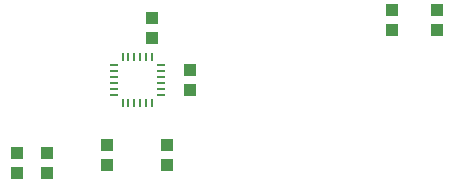
<source format=gbr>
G04 EAGLE Gerber RS-274X export*
G75*
%MOMM*%
%FSLAX34Y34*%
%LPD*%
%INSolderpaste Top*%
%IPPOS*%
%AMOC8*
5,1,8,0,0,1.08239X$1,22.5*%
G01*
%ADD10R,1.100000X1.000000*%
%ADD11R,0.790000X0.260000*%
%ADD12R,0.260000X0.790000*%


D10*
X-381000Y156600D03*
X-381000Y173600D03*
X-361950Y220100D03*
X-361950Y237100D03*
X-393700Y264550D03*
X-393700Y281550D03*
X-431800Y156600D03*
X-431800Y173600D03*
X-152400Y270900D03*
X-152400Y287900D03*
X-190500Y270900D03*
X-190500Y287900D03*
D11*
X-426100Y241100D03*
X-426100Y236100D03*
X-426100Y231100D03*
X-426100Y226100D03*
X-426100Y221100D03*
X-426100Y216100D03*
D12*
X-418900Y208900D03*
X-413900Y208900D03*
X-408900Y208900D03*
X-403900Y208900D03*
X-398900Y208900D03*
X-393900Y208900D03*
D11*
X-386700Y216100D03*
X-386700Y221100D03*
X-386700Y226100D03*
X-386700Y231100D03*
X-386700Y236100D03*
X-386700Y241100D03*
D12*
X-393900Y248300D03*
X-398900Y248300D03*
X-403900Y248300D03*
X-408900Y248300D03*
X-413900Y248300D03*
X-418900Y248300D03*
D10*
X-508000Y150250D03*
X-508000Y167250D03*
X-482600Y150250D03*
X-482600Y167250D03*
M02*

</source>
